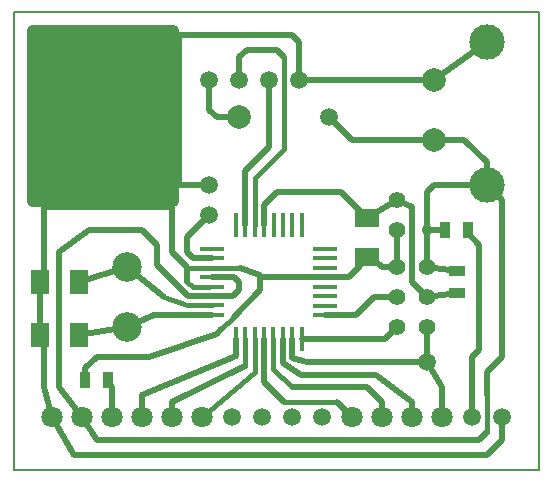
<source format=gtl>
G04 (created by PCBNEW (2013-jul-07)-stable) date lun. 11 avril 2016 09:51:20 CEST*
%MOIN*%
G04 Gerber Fmt 3.4, Leading zero omitted, Abs format*
%FSLAX34Y34*%
G01*
G70*
G90*
G04 APERTURE LIST*
%ADD10C,0.00590551*%
%ADD11R,0.0787X0.0177*%
%ADD12R,0.0177X0.0787*%
%ADD13R,0.06X0.08*%
%ADD14R,0.08X0.06*%
%ADD15R,0.055X0.035*%
%ADD16R,0.035X0.055*%
%ADD17C,0.055*%
%ADD18C,0.0708661*%
%ADD19C,0.0590551*%
%ADD20C,0.0984252*%
%ADD21C,0.0787402*%
%ADD22C,0.11811*%
%ADD23C,0.035*%
%ADD24C,0.019685*%
%ADD25C,0.015748*%
%ADD26C,0.0393701*%
G04 APERTURE END LIST*
G54D10*
X0Y15250D02*
X0Y0D01*
X17500Y15250D02*
X0Y15250D01*
X17500Y0D02*
X17500Y15250D01*
X0Y0D02*
X17500Y0D01*
G54D11*
X6604Y5157D03*
X6604Y5472D03*
X6604Y5787D03*
X6604Y6102D03*
X6604Y6417D03*
X6604Y6732D03*
X6604Y7047D03*
X6604Y7362D03*
X10370Y7360D03*
X10370Y5150D03*
X10370Y5470D03*
X10370Y5790D03*
X10370Y6100D03*
X10370Y6420D03*
X10370Y6730D03*
X10370Y7050D03*
G54D12*
X7388Y8150D03*
X7702Y8150D03*
X8018Y8150D03*
X8332Y8150D03*
X8648Y8150D03*
X8962Y8150D03*
X9278Y8150D03*
X9592Y8150D03*
X7390Y4370D03*
X7700Y4370D03*
X8020Y4370D03*
X8330Y4370D03*
X8640Y4370D03*
X8960Y4370D03*
X9280Y4370D03*
X9600Y4370D03*
G54D13*
X850Y4500D03*
X2150Y4500D03*
X850Y6250D03*
X2150Y6250D03*
G54D14*
X11750Y8400D03*
X11750Y7100D03*
G54D15*
X14750Y6625D03*
X14750Y5875D03*
G54D16*
X14375Y8000D03*
X15125Y8000D03*
X2375Y3000D03*
X3125Y3000D03*
G54D17*
X12750Y8000D03*
X12750Y9000D03*
G54D18*
X1250Y1750D03*
X2250Y1750D03*
X3250Y1750D03*
X4250Y1750D03*
X5250Y1750D03*
X6250Y1750D03*
G54D19*
X7250Y1750D03*
X8250Y1750D03*
X9250Y1750D03*
X10250Y1750D03*
G54D18*
X11250Y1750D03*
X12250Y1750D03*
X13250Y1750D03*
X14250Y1750D03*
G54D19*
X15250Y1750D03*
X16250Y1750D03*
G54D20*
X3750Y4750D03*
X3750Y6750D03*
G54D17*
X12750Y6750D03*
X13750Y6750D03*
X12750Y5750D03*
X13750Y5750D03*
X12750Y4750D03*
X13750Y4750D03*
G54D19*
X6500Y8500D03*
X6500Y9500D03*
G54D21*
X14000Y11000D03*
X14000Y13000D03*
G54D22*
X15750Y14250D03*
X15750Y9500D03*
G54D19*
X6500Y13000D03*
X7500Y13000D03*
X8500Y13000D03*
X9500Y13000D03*
G54D23*
X13750Y8000D03*
G54D19*
X10500Y11750D03*
G54D21*
X7500Y11750D03*
G54D19*
X13750Y3580D03*
G54D24*
X6500Y13000D02*
X6500Y12000D01*
X11250Y11000D02*
X14000Y11000D01*
X10500Y11750D02*
X11250Y11000D01*
X6750Y11750D02*
X7500Y11750D01*
X6500Y12000D02*
X6750Y11750D01*
X14000Y11000D02*
X15000Y11000D01*
X15750Y10250D02*
X15750Y9500D01*
X15000Y11000D02*
X15750Y10250D01*
X15750Y9500D02*
X16250Y9000D01*
X16250Y9000D02*
X16250Y3750D01*
X16250Y3750D02*
X15750Y3250D01*
X15750Y3250D02*
X15750Y2500D01*
X2750Y1000D02*
X2250Y1750D01*
X15750Y1250D02*
X15500Y1000D01*
X15500Y1000D02*
X2750Y1000D01*
G54D25*
X15750Y2500D02*
X15750Y1250D01*
G54D24*
X15750Y9500D02*
X14000Y9500D01*
X13750Y9250D02*
X13750Y8000D01*
X14000Y9500D02*
X13750Y9250D01*
X6604Y5787D02*
X5787Y5787D01*
X1500Y2750D02*
X2250Y1750D01*
X1500Y7250D02*
X1500Y2750D01*
X2500Y8000D02*
X1500Y7250D01*
X4250Y8000D02*
X2500Y8000D01*
X4750Y7500D02*
X4250Y8000D01*
X4750Y6824D02*
X4750Y7500D01*
X5787Y5787D02*
X4750Y6824D01*
X6604Y6417D02*
X7333Y6417D01*
X7287Y5787D02*
X6604Y5787D01*
X7500Y6000D02*
X7287Y5787D01*
X7500Y6250D02*
X7500Y6000D01*
X7333Y6417D02*
X7500Y6250D01*
X14375Y8000D02*
X13750Y8000D01*
X13750Y6750D02*
X13750Y8000D01*
X13750Y6750D02*
X14750Y6625D01*
X11750Y7100D02*
X11900Y7100D01*
X11900Y7100D02*
X12250Y6750D01*
X12250Y6750D02*
X12750Y6750D01*
X5250Y8750D02*
X5250Y9500D01*
X5250Y9500D02*
X5500Y9500D01*
X9500Y13000D02*
X9500Y14250D01*
X9500Y14250D02*
X9250Y14500D01*
X9250Y14500D02*
X5500Y14500D01*
X5500Y14500D02*
X5500Y9500D01*
X5500Y9500D02*
X6500Y9500D01*
X12750Y8000D02*
X12750Y6750D01*
X15750Y14250D02*
X14000Y13000D01*
X9500Y13000D02*
X14000Y13000D01*
X2375Y3000D02*
X2375Y3375D01*
X6750Y4514D02*
X4500Y3750D01*
X6910Y4677D02*
X6750Y4514D01*
G54D25*
X7320Y5096D02*
X6910Y4677D01*
G54D24*
X8201Y5995D02*
X7320Y5096D01*
X4500Y3750D02*
X2750Y3750D01*
X8201Y5995D02*
X8200Y6420D01*
X2375Y3375D02*
X2750Y3750D01*
X4250Y8750D02*
X1000Y8750D01*
X1000Y8750D02*
X1000Y7750D01*
X1000Y6400D02*
X850Y6250D01*
X1000Y7750D02*
X1000Y6400D01*
X5250Y7250D02*
X5250Y8750D01*
X5750Y6750D02*
X5250Y7250D01*
X11750Y7100D02*
X11500Y6750D01*
X11170Y6420D02*
X10370Y6420D01*
X11500Y6750D02*
X11170Y6420D01*
X10370Y6420D02*
X8200Y6420D01*
X8200Y6420D02*
X8200Y6500D01*
G54D25*
X7518Y6732D02*
X6604Y6732D01*
G54D24*
X8200Y6500D02*
X7518Y6732D01*
X2375Y3000D02*
X2375Y2875D01*
X5768Y6732D02*
X5768Y6268D01*
G54D25*
X5950Y6090D02*
X6488Y6090D01*
X5768Y6268D02*
X5950Y6090D01*
X6604Y6732D02*
X5768Y6732D01*
G54D24*
X5250Y8750D02*
X4250Y8750D01*
X1250Y1750D02*
X1250Y1750D01*
X16250Y1750D02*
X16250Y1750D01*
X16250Y1000D02*
X16250Y1750D01*
X1250Y1750D02*
X2000Y500D01*
X2000Y500D02*
X15750Y500D01*
X15750Y500D02*
X16250Y1000D01*
X16250Y1750D02*
X16250Y1750D01*
X850Y4500D02*
X1000Y4250D01*
X1000Y2750D02*
X1250Y1750D01*
X1000Y4250D02*
X1000Y2750D01*
X850Y6250D02*
X850Y4500D01*
X6604Y7047D02*
X5953Y7047D01*
X5750Y7750D02*
X6500Y8500D01*
X5750Y7250D02*
X5750Y7750D01*
X5953Y7047D02*
X5750Y7250D01*
X7702Y8150D02*
X7702Y9952D01*
X8500Y10750D02*
X8500Y13000D01*
X7702Y9952D02*
X8500Y10750D01*
X12750Y5750D02*
X12000Y5750D01*
X11400Y5150D02*
X10370Y5150D01*
X12000Y5750D02*
X11400Y5150D01*
X12370Y4370D02*
X9600Y4370D01*
X12750Y4750D02*
X12370Y4370D01*
X13750Y4750D02*
X13750Y3580D01*
X14250Y1750D02*
X14250Y2750D01*
X14250Y2750D02*
X13750Y3580D01*
X9280Y3720D02*
X9280Y4370D01*
X9750Y3580D02*
X9280Y3720D01*
X13750Y3580D02*
X9750Y3580D01*
G54D25*
X8018Y8150D02*
X8018Y9713D01*
G54D24*
X7500Y13750D02*
X7500Y13000D01*
X7750Y14000D02*
X7500Y13750D01*
X8750Y14000D02*
X7750Y14000D01*
X9000Y13750D02*
X8750Y14000D01*
G54D25*
X9000Y10695D02*
X9000Y13750D01*
X8018Y9713D02*
X9000Y10695D01*
G54D24*
X4250Y1750D02*
X4250Y2500D01*
X7389Y3797D02*
X7390Y4370D01*
X4250Y2500D02*
X7389Y3797D01*
X8330Y2920D02*
X8330Y4370D01*
X9000Y2250D02*
X8330Y2920D01*
G54D25*
X10750Y2250D02*
X9000Y2250D01*
G54D24*
X11250Y1750D02*
X10750Y2250D01*
X12250Y1750D02*
X12250Y2250D01*
G54D25*
X8640Y3360D02*
X8640Y4370D01*
X9250Y2750D02*
X8640Y3360D01*
G54D24*
X11750Y2750D02*
X9250Y2750D01*
X12250Y2250D02*
X11750Y2750D01*
X13250Y1750D02*
X13250Y2250D01*
X8960Y3540D02*
X8960Y4370D01*
X9550Y3160D02*
X8960Y3540D01*
X12050Y3160D02*
X9550Y3160D01*
X13250Y2250D02*
X12050Y3160D01*
X6604Y5157D02*
X4657Y5157D01*
X4657Y5157D02*
X3750Y4750D01*
X2150Y4500D02*
X3750Y4750D01*
X3750Y4750D02*
X3750Y4750D01*
G54D25*
X6604Y5472D02*
X5778Y5472D01*
G54D24*
X5000Y5750D02*
X3750Y6750D01*
G54D25*
X5778Y5472D02*
X5000Y5750D01*
G54D24*
X2150Y6250D02*
X3750Y6750D01*
X3125Y3000D02*
X3125Y2875D01*
X3250Y2750D02*
X3250Y1750D01*
X3125Y2875D02*
X3250Y2750D01*
X5250Y1750D02*
X5250Y2250D01*
G54D25*
X7700Y3450D02*
X7700Y4370D01*
G54D24*
X5250Y2250D02*
X7700Y3450D01*
G54D25*
X8020Y3270D02*
X6250Y1750D01*
X8020Y4370D02*
X8020Y3270D01*
G54D24*
X15125Y8000D02*
X15125Y7875D01*
X15250Y3750D02*
X15250Y1750D01*
X15500Y4000D02*
X15250Y3750D01*
X15500Y7500D02*
X15500Y4000D01*
X15125Y7875D02*
X15500Y7500D01*
X8332Y8150D02*
X8332Y8832D01*
X10900Y9250D02*
X11750Y8400D01*
X8750Y9250D02*
X10900Y9250D01*
X8332Y8832D02*
X8750Y9250D01*
X13750Y5750D02*
X14750Y5875D01*
X12750Y9000D02*
X13250Y8750D01*
X13250Y6250D02*
X13750Y5750D01*
X13250Y8750D02*
X13250Y6250D01*
X11750Y8400D02*
X12750Y9000D01*
G54D26*
X5303Y14629D02*
X620Y14629D01*
X5303Y14314D02*
X620Y14314D01*
X5303Y14000D02*
X620Y14000D01*
X5303Y13685D02*
X620Y13685D01*
X5303Y13370D02*
X620Y13370D01*
X5303Y13055D02*
X620Y13055D01*
X5303Y12740D02*
X620Y12740D01*
X5303Y12425D02*
X620Y12425D01*
X5303Y12110D02*
X620Y12110D01*
X5303Y11795D02*
X620Y11795D01*
X5303Y11480D02*
X620Y11480D01*
X5303Y11165D02*
X620Y11165D01*
X5303Y10850D02*
X620Y10850D01*
X5303Y10535D02*
X620Y10535D01*
X5303Y10220D02*
X620Y10220D01*
X5303Y9905D02*
X620Y9905D01*
X5303Y9590D02*
X620Y9590D01*
X5303Y9275D02*
X620Y9275D01*
X5303Y8960D02*
X620Y8960D01*
X5303Y8946D02*
X620Y8946D01*
X620Y14629D01*
X5303Y14629D01*
X5303Y8946D01*
M02*

</source>
